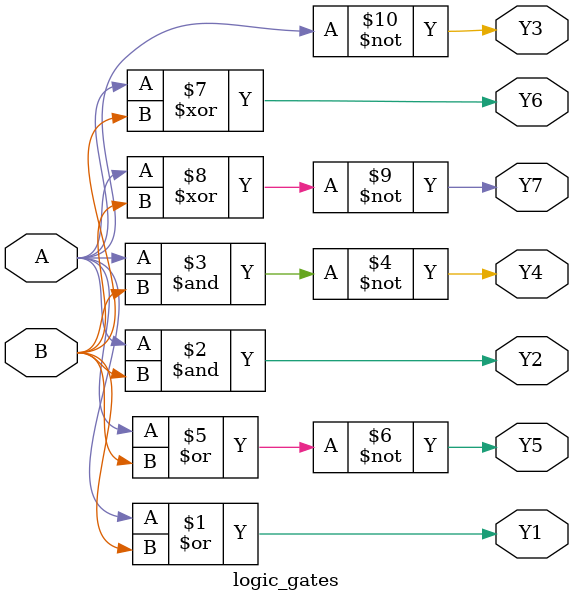
<source format=v>
module logic_gates(A, B, Y1, Y2, Y3, Y4, Y5, Y6, Y7);

input A, B;

output Y1, Y2, Y3, Y4, Y5, Y6, Y7;

or(Y1, A, B);
and(Y2, A, B);
not(Y3, A);
nand(Y4, A, B);
nor(Y5, A, B);
xor(Y6, A, B);
xnor(Y7, A, B);

endmodule
</source>
